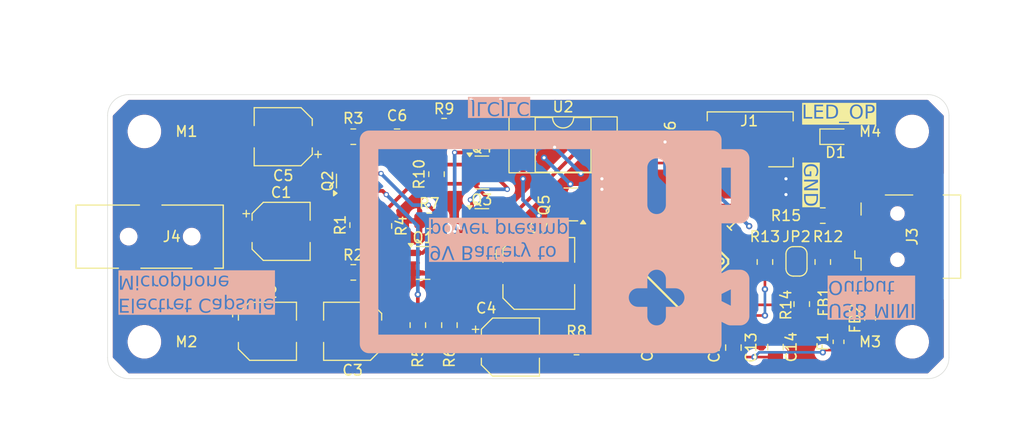
<source format=kicad_pcb>
(kicad_pcb (version 20241229) (generator "pcbnew") (generator_version "9.0")
  (layers (0 "F.Cu" signal) (2 "B.Cu" signal) (13 "F.Paste" user) (15 "B.Paste" user) (5 "F.SilkS" user "F.Silkscreen") (7 "B.SilkS" user "B.Silkscreen") (1 "F.Mask" user) (3 "B.Mask" user) (25 "Edge.Cuts" user))
  (net 0 "")
  (net 1 "Net-(Q2-B)")
  (net 2 "Net-(C1-Pad1)")
  (net 3 "Net-(C2-Pad1)")
  (net 4 "Net-(C3-Pad1)")
  (net 5 "Net-(C4-Pad2)")
  (net 6 "Net-(Q1-C)")
  (net 7 "9V_BAT")
  (net 8 "GND")
  (net 9 "Net-(C9-Pad2)")
  (net 10 "AVDD1")
  (net 11 "Net-(D1-A)")
  (net 12 "Net-(F1-Pad1)")
  (net 13 "Net-(J1-Pin_1)")
  (net 14 "Net-(J3-VBUS)")
  (net 15 "Net-(J3-Shield)")
  (net 16 "9V_GND")
  (net 17 "DM")
  (net 18 "DP")
  (net 20 "Net-(JP2-B)")
  (net 21 "Net-(Q1-B)")
  (net 22 "Net-(Q2-E)")
  (net 23 "Net-(Q3-B)")
  (net 24 "Net-(Q3-E)")
  (net 25 "Net-(Q5-B)")
  (net 26 "MIC_IN")
  (net 27 "Net-(R12-Pad1)")
  (net 28 "Net-(R13-Pad1)")
  (net 29 "V3.3")
  (net 30 "LEDO")
  (net 31 "Net-(R16-Pad1)")
  (net 32 "Net-(R17-Pad2)")
  (footprint "Capacitor_SMD:CP_Elec_5x5.4" (layer "F.Cu") (at 115.3 98 180)
    (property "Reference" "C3")
    (property "Value" "+33uF")
  )
  (footprint "Package_TO_SOT_SMD:SOT-23" (layer "F.Cu") (at 115.325 83.7125 90)
    (property "Reference" "Q2")
    (property "Value" "BC859")
  )
  (footprint "MountingHole:MountingHole_2.7mm_M2.5" (layer "F.Cu") (at 95.5 79)
    (property "Reference" "M1")
    (property "Value" "MountingHole_2.7mm_M2.5")
  )
  (footprint "Resistor_SMD:R_0805_2012Metric" (layer "F.Cu") (at 124.5 97.4125 90)
    (property "Reference" "R6")
    (property "Value" "33K")
  )
  (footprint "Resistor_SMD:R_0805_2012Metric" (layer "F.Cu") (at 136.5875 99.5 180)
    (property "Reference" "R8")
    (property "Value" "100R")
  )
  (footprint "Capacitor_SMD:CP_Elec_5x5.4" (layer "F.Cu") (at 108.7 79.5 180)
    (property "Reference" "C5")
    (property "Value" "+33uF")
  )
  (footprint "Resistor_SMD:R_0805_2012Metric" (layer "F.Cu") (at 154.5 91.4125 90)
    (property "Reference" "R13")
    (property "Value" "22R")
  )
  (footprint "MountingHole:MountingHole_2.7mm_M2.5" (layer "F.Cu") (at 168.5 79)
    (property "Reference" "M4")
    (property "Value" "MountingHole_2.7mm_M2.5")
  )
  (footprint "TQFP48:TQFP48" (layer "F.Cu") (at 146.550431 91.368451 -45)
    (property "Reference" "U1")
    (property "Value" "CM108B")
  )
  (footprint "Resistor_SMD:R_0805_2012Metric" (layer "F.Cu") (at 115.3625 79.5 180)
    (property "Reference" "R3")
    (property "Value" "1K")
  )
  (footprint "Capacitor_SMD:C_0805_2012Metric" (layer "F.Cu") (at 141.5 98.45 90)
    (property "Reference" "C12")
    (property "Value" "4.7uF")
  )
  (footprint "Resistor_SMD:R_0805_2012Metric" (layer "F.Cu") (at 115.3625 92.4)
    (property "Reference" "R2")
    (property "Value" "10K")
  )
  (footprint "Package_DIP:DIP-4_W7.62mm_SMDSocket_SmallPads" (layer "F.Cu") (at 135.31 80.27)
    (property "Reference" "U2")
    (property "Value" "PC817")
  )
  (footprint "Inductor_SMD:L_0603_1608Metric" (layer "F.Cu") (at 161.5 95.2125 -90)
    (property "Reference" "FB1")
    (property "Value" "30mOhm")
  )
  (footprint "Package_TO_SOT_SMD:SOT-23" (layer "F.Cu") (at 136.05 85.9375 180)
    (property "Reference" "Q5")
    (property "Value" "BC849")
  )
  (footprint "Resistor_SMD:R_0805_2012Metric" (layer "F.Cu") (at 147 79.4125 -90)
    (property "Reference" "R16")
    (property "Value" "100R")
  )
  (footprint "Jumper:SolderJumper-2_P1.3mm_Open_RoundedPad1.0x1.5mm" (layer "F.Cu") (at 157.5 91.35 -90)
    (property "Reference" "JP2")
    (property "Value" "PullUp")
  )
  (footprint "MountingHole:MountingHole_2.7mm_M2.5" (layer "F.Cu") (at 95.5 99)
    (property "Reference" "M2")
    (property "Value" "MountingHole_2.7mm_M2.5")
  )
  (footprint "Capacitor_SMD:CP_Elec_5x5.4" (layer "F.Cu") (at 108.5 88.5)
    (property "Reference" "C1")
    (property "Value" "+10uF")
  )
  (footprint "Resistor_SMD:R_0805_2012Metric" (layer "F.Cu") (at 115.775 87.9 90)
    (property "Reference" "R1")
    (property "Value" "100K")
  )
  (footprint "Resistor_SMD:R_0805_2012Metric" (layer "F.Cu") (at 124 78.5)
    (property "Reference" "R9")
    (property "Value" "33K")
  )
  (footprint "Resistor_SMD:R_0805_2012Metric" (layer "F.Cu") (at 122.5875 87.5)
    (property "Reference" "R7")
    (property "Value" "33K")
  )
  (footprint "BOOMELE_PJ-320B:BOOMELE_PJ-320B" (layer "F.Cu") (at 97 89)
    (property "Reference" "J4")
    (property "Value" "PJ-320B")
  )
  (footprint "Capacitor_SMD:CP_Elec_6.3x7.7" (layer "F.Cu") (at 133 92.5)
    (property "Reference" "C7")
    (property "Value" "+470uF")
  )
  (footprint "Resistor_SMD:R_0805_2012Metric" (layer "F.Cu") (at 158 95.4125 90)
    (property "Reference" "R14")
    (property "Value" "1.5K")
  )
  (footprint "Package_TO_SOT_SMD:SOT-23" (layer "F.Cu") (at 122 91.5)
    (property "Reference" "Q1")
    (property "Value" "BC849")
  )
  (footprint "Capacitor_SMD:C_0805_2012Metric" (layer "F.Cu") (at 145 99.45 90)
    (property "Reference" "C10")
    (property "Value" "4.7uF")
  )
  (footprint "Fuse:Fuse_0603_1608Metric" (layer "F.Cu") (at 142.5 79.7875 -90)
    (property "Reference" "F2")
    (property "Value" "MF-FSMF050X-2")
  )
  (footprint "Connector_USB:USB_Mini-B_Wuerth_65100516121_Horizontal" (layer "F.Cu") (at 167.1 89 90)
    (property "Reference" "J3")
    (property "Value" "USB_B_Mini")
  )
  (footprint "Capacitor_SMD:C_0805_2012Metric" (layer "F.Cu") (at 148 99.55 -90)
    (property "Reference" "C11")
    (property "Value" "100nF")
  )
  (footprint "Resistor_SMD:R_0805_2012Metric" (layer "F.Cu") (at 160 91.4125 90)
    (property "Reference" "R12")
    (property "Value" "22R")
  )
  (footprint "Capacitor_SMD:CP_Elec_5x5.4" (layer "F.Cu") (at 107.2 98)
    (property "Reference" "C2")
    (property "Value" "+33uF")
  )
  (footprint "Capacitor_SMD:C_0805_2012Metric" (layer "F.Cu") (at 119.525 79.5 180)
    (property "Reference" "C6")
    (property "Value" "100nF")
  )
  (footprint "Capacitor_SMD:C_0805_2012Metric" (layer "F.Cu") (at 139 91.45 -90)
    (property "Reference" "C9")
    (property "Value" "4.7uF")
  )
  (footprint "Resistor_SMD:R_0805_2012Metric" (layer "F.Cu") (at 121.5 97.4125 -90)
    (property "Reference" "R5")
    (property "Value" "10K")
  )
  (footprint "Resistor_SMD:R_0805_2012Metric" (layer "F.Cu") (at 118.275 87.9875 -90)
    (property "Reference" "R4")
    (property "Value" "100K")
  )
  (footprint "Resistor_SMD:R_0805_2012Metric" (layer "F.Cu") (at 160 87 180)
    (property "Reference" "R15")
    (property "Value" "220R")
  )
  (footprint "Package_TO_SOT_SMD:SOT-23" (layer "F.Cu") (at 127.5875 87.9)
    (property "Reference" "Q3")
    (property "Value" "BC859")
  )
  (footprint "Inductor_SMD:L_0603_1608Metric" (layer "F.Cu") (at 164.5 96.7875 90)
    (property "Reference" "FB2")
    (property "Value" "30mOhm")
  )
  (footprint "MountingHole:MountingHole_2.7mm_M2.5" (layer "F.Cu") (at 168.5 99)
    (property "Reference" "M3")
    (property "Value" "MountingHole_2.7mm_M2.5")
  )
  (footprint "Resistor_SMD:R_0805_2012Metric" (layer "F.Cu") (at 123.275 83.0625 90)
    (property "Reference" "R10")
    (property "Value" "220R")
  )
  (footprint "Fuse:Fuse_0603_1608Metric" (layer "F.Cu") (at 161.5 99 -90)
    (property "Reference" "F1")
    (property "Value" "MF-FSMF050X-2")
  )
  (footprint "LED_SMD:LED_0603_1608Metric" (layer "F.Cu") (at 161.2125 79.5)
    (property "Reference" "D1")
    (property "Value" "RED_LED")
  )
  (footprint "Capacitor_SMD:CP_Elec_5x5.4" (layer "F.Cu") (at 130.3 99.5)
    (property "Reference" "C4")
    (property "Value" "+100uF")
  )
  (footprint "Connector_JST:JST_PH_B2B-PH-SM4-TB_1x02-1MP_P2.00mm_Vertical" (layer "F.Cu") (at 153.1 81.5)
    (property "Reference" "J1")
    (property "Value" "Battery_9V")
  )
  (footprint "Package_TO_SOT_SMD:SOT-23" (layer "F.Cu") (at 127.5875 82.9)
    (property "Reference" "Q4")
    (property "Value" "BC859")
  )
  (footprint "Capacitor_SMD:C_0805_2012Metric" (layer "F.Cu") (at 155.5 99.5 90)
    (property "Reference" "C14")
    (property "Value" "100nF")
  )
  (footprint "Capacitor_SMD:C_0805_2012Metric" (layer "F.Cu") (at 151.5 99.55 -90)
    (property "Reference" "C13")
    (property "Value" "100nF")
  )
  (footprint "Resistor_SMD:R_0805_2012Metric" (layer "F.Cu") (at 141 85.5625 90)
    (property "Reference" "R17")
    (property "Value" "220R")
  )
  (gr_poly (pts (xy 153.019684 86.89963) (xy 153.016275 86.94447) (xy 153.010662 86.988648) (xy 153.002901 87.032109) (xy 152.993046 87.0748) (xy 152.981155 87.116664) (xy 152.967281 87.157647) (xy 152.951483 87.197694) (xy 152.933814 87.23675) (xy 152.91433 87.274761) (xy 152.893089 87.311672) (xy 152.870144 87.347427) (xy 152.845552 87.381973) (xy 152.819369 87.415254) (xy 152.79165 87.447215) (xy 152.762451 87.477802) (xy 152.731827 87.50696) (xy 152.699836 87.534634) (xy 152.666531 87.56077) (xy 152.631969 87.585311) (xy 152.596206 87.608205) (xy 152.559297 87.629395) (xy 152.521298 87.648827) (xy 152.482265 87.666446) (xy 152.442253 87.682198) (xy 152.401318 87.696027) (xy 152.359517 87.70788) (xy 152.316904 87.7177) (xy 152.273535 87.725433) (xy 152.229466 87.731025) (xy 152.184754 87.73442) (xy 152.139452 87.735564) (xy 150.375 87.735564) (xy 150.375 92.483246) (xy 150.862806 92.238507) (xy 150.885902 92.227384) (xy 150.90929 92.216961) (xy 150.932948 92.207241) (xy 150.956859 92.198226) (xy 150.981002 92.189918) (xy 151.005358 92.182319) (xy 151.029907 92.175433) (xy 151.054631 92.169262) (xy 151.07951 92.163807) (xy 151.104525 92.159072) (xy 151.129656 92.155059) (xy 151.154883 92.15177) (xy 151.180188 92.149207) (xy 151.205552 92.147374) (xy 151.230954 92.146272) (xy 151.256375 92.145905) (xy 151.256379 92.145905) (xy 151.256379 94.012692) (xy 150.375 94.45423) (xy 150.375 95.127243) (xy 151.256379 95.568781) (xy 151.256379 94.012692) (xy 151.256379 92.145905) (xy 152.139406 92.145905) (xy 152.184707 92.147053) (xy 152.229421 92.150462) (xy 152.27349 92.156075) (xy 152.316859 92.163836) (xy 152.359472 92.173691) (xy 152.401274 92.185583) (xy 152.442208 92.199456) (xy 152.48222 92.215255) (xy 152.521253 92.232923) (xy 152.559252 92.252407) (xy 152.596161 92.273648) (xy 152.631925 92.296593) (xy 152.666486 92.321185) (xy 152.699791 92.347368) (xy 152.731783 92.375087) (xy 152.762406 92.404286) (xy 152.791605 92.43491) (xy 152.819324 92.466901) (xy 152.845507 92.500206) (xy 152.870099 92.534768) (xy 152.893043 92.570531) (xy 152.914285 92.60744) (xy 152.933768 92.645439) (xy 152.951437 92.684472) (xy 152.967235 92.724484) (xy 152.981108 92.765419) (xy 152.993 92.807221) (xy 153.002854 92.849834) (xy 153.010616 92.893202) (xy 153.016229 92.937271) (xy 153.019637 92.981984) (xy 153.020786 93.027286) (xy 153.020786 96.556149) (xy 153.019637 96.601451) (xy 153.016229 96.646164) (xy 153.010616 96.690233) (xy 153.002854 96.733601) (xy 152.993 96.776214) (xy 152.981108 96.818016) (xy 152.967235 96.858951) (xy 152.951436 96.898962) (xy 152.933767 96.937995) (xy 152.914284 96.975994) (xy 152.893042 97.012903) (xy 152.870098 97.048666) (xy 152.845506 97.083228) (xy 152.819322 97.116533) (xy 152.791603 97.148524) (xy 152.762404 97.179147) (xy 152.731781 97.208346) (xy 152.699789 97.236065) (xy 152.666485 97.262248) (xy 152.631923 97.28684) (xy 152.59616 97.309784) (xy 152.559251 97.331026) (xy 152.521252 97.350509) (xy 152.482219 97.368178) (xy 152.442207 97.383977) (xy 152.401272 97.39785) (xy 152.359471 97.409741) (xy 152.316857 97.419596) (xy 152.273489 97.427357) (xy 152.22942 97.43297) (xy 152.184707 97.436379) (xy 152.139406 97.437527) (xy 151.256375 97.437527) (xy 151.230953 97.43716) (xy 151.205551 97.436058) (xy 151.180188 97.434225) (xy 151.154882 97.431662) (xy 151.129654 97.428373) (xy 151.104523 97.42436) (xy 151.079508 97.419625) (xy 151.054629 97.41417) (xy 151.029905 97.407999) (xy 151.005355 97.401113) (xy 150.980999 97.393514) (xy 150.956857 97.385206) (xy 150.932947 97.376191) (xy 150.909288 97.366471) (xy 150.885902 97.356048) (xy 150.862806 97.344925) (xy 150.375 97.100189) (xy 150.375 99.201953) (xy 150.373851 99.247255) (xy 150.370443 99.291968) (xy 150.36483 99.336037) (xy 150.357068 99.379405) (xy 150.347213 99.422018) (xy 150.335322 99.46382) (xy 150.321449 99.504755) (xy 150.30565 99.544767) (xy 150.287981 99.5838) (xy 150.268498 99.621799) (xy 150.247256 99.658708) (xy 150.224311 99.694471) (xy 150.199719 99.729033) (xy 150.173536 99.762338) (xy 150.145817 99.794329) (xy 150.116618 99.824953) (xy 150.085995 99.854152) (xy 150.054003 99.881871) (xy 150.020698 99.908054) (xy 149.986136 99.932646) (xy 149.950373 99.955591) (xy 149.913464 99.976832) (xy 149.875465 99.996316) (xy 149.836432 100.013984) (xy 149.79642 100.029783) (xy 149.755486 100.043656) (xy 149.713684 100.055548) (xy 149.671071 100.065403) (xy 149.627702 100.073164) (xy 149.583634 100.078777) (xy 149.538921 100.082186) (xy 149.493619 100.083334) (xy 116.860549 100.083334) (xy 116.815247 100.082186) (xy 116.770534 100.078777) (xy 116.726465 100.073164) (xy 116.683096 100.065402) (xy 116.640483 100.055548) (xy 116.598681 100.043656) (xy 116.557746 100.029783) (xy 116.517734 100.013984) (xy 116.478701 99.996315) (xy 116.440702 99.976832) (xy 116.403793 99.95559) (xy 116.36803 99.932645) (xy 116.333468 99.908053) (xy 116.300163 99.88187) (xy 116.268171 99.854151) (xy 116.237548 99.824952) (xy 116.208349 99.794328) (xy 116.18063 99.762336) (xy 116.154447 99.729032) (xy 116.129855 99.69447) (xy 116.106911 99.658706) (xy 116.085669 99.621797) (xy 116.066186 99.583798) (xy 116.048517 99.544765) (xy 116.032718 99.504754) (xy 116.018845 99.463819) (xy 116.006954 99.422017) (xy 115.997099 99.379404) (xy 115.989338 99.336036) (xy 115.983725 99.291967) (xy 115.980316 99.247254) (xy 115.979168 99.201953) (xy 115.979168 79.798047) (xy 115.980316 79.752745) (xy 115.983725 79.708032) (xy 115.989338 79.663963) (xy 115.997099 79.620594) (xy 116.006954 79.577981) (xy 116.018846 79.536179) (xy 116.032719 79.495244) (xy 116.048518 79.455232) (xy 116.066187 79.416199) (xy 116.08567 79.3782) (xy 116.106912 79.341291) (xy 116.129856 79.305528) (xy 116.154448 79.270966) (xy 116.180631 79.237662) (xy 116.20835 79.20567) (xy 116.237549 79.175047) (xy 116.268173 79.145848) (xy 116.300165 79.118129) (xy 116.333469 79.091946) (xy 116.368031 79.067354) (xy 116.403794 79.04441) (xy 116.440703 79.023168) (xy 116.478702 79.003685) (xy 116.517736 78.986016) (xy 116.557747 78.970218) (xy 116.598682 78.956345) (xy 116.640484 78.944453) (xy 116.683097 78.934599) (xy 116.726466 78.926837) (xy 116.770534 78.921224) (xy 116.815247 78.917816) (xy 116.860549 78.916667) (xy 117.743621 78.916667) (xy 117.743621 80.680952) (xy 117.743621 98.318713) (xy 138.027213 98.318713) (xy 138.027213 80.680952) (xy 117.743621 80.680952) (xy 117.743621 78.916667) (xy 144.201885 78.916667) (xy 144.201885 81.562375) (xy 144.156433 81.563523) (xy 144.111579 81.566932) (xy 144.067379 81.572545) (xy 144.023887 81.580307) (xy 143.98116 81.590161) (xy 143.939252 81.602053) (xy 143.898219 81.615926) (xy 143.858116 81.631725) (xy 143.818999 81.649394) (xy 143.780924 81.668877) (xy 143.743945 81.690119) (xy 143.708118 81.713063) (xy 143.673499 81.737655) (xy 143.640143 81.763838) (xy 143.608105 81.791557) (xy 143.57744 81.820756) (xy 143.548205 81.85138) (xy 143.520455 81.883371) (xy 143.494244 81.916676) (xy 143.469629 81.951238) (xy 143.446664 81.987001) (xy 143.425406 82.02391) (xy 143.405909 82.061909) (xy 143.388229 82.100942) (xy 143.372422 82.140954) (xy 143.358543 82.181888) (xy 143.346647 82.22369) (xy 143.336789 82.266303) (xy 143.329026 82.309672) (xy 143.323412 82.35374) (xy 143.320003 82.398453) (xy 143.318854 82.443755) (xy 143.318854 85.972618) (xy 143.319953 86.01623) (xy 143.323227 86.059572) (xy 143.328643 86.102571) (xy 143.336166 86.14515) (xy 143.345763 86.187234) (xy 143.357399 86.228749) (xy 143.371041 86.26962) (xy 143.386654 86.309771) (xy 143.404206 86.349127) (xy 143.423661 86.387613) (xy 143.444987 86.425155) (xy 143.468148 86.461676) (xy 143.493112 86.497102) (xy 143.519844 86.531359) (xy 143.54831 86.56437) (xy 143.578476 86.59606) (xy 143.610155 86.626209) (xy 143.643121 86.654623) (xy 143.677306 86.681274) (xy 143.712644 86.706132) (xy 143.749067 86.729169) (xy 143.786506 86.750355) (xy 143.824894 86.769661) (xy 143.864164 86.787058) (xy 143.904247 86.802518) (xy 143.945076 86.81601) (xy 143.986583 86.827507) (xy 144.0287 86.836978) (xy 144.07136 86.844395) (xy 144.114495 86.849729) (xy 144.158037 86.852951) (xy 144.201861 86.85403) (xy 144.201861 92.145749) (xy 144.156409 92.146898) (xy 144.111555 92.150306) (xy 144.067354 92.155919) (xy 144.023863 92.163681) (xy 143.981135 92.173535) (xy 143.939227 92.185427) (xy 143.898194 92.1993) (xy 143.858092 92.215099) (xy 143.818975 92.232768) (xy 143.780899 92.252251) (xy 143.743921 92.273493) (xy 143.708094 92.296437) (xy 143.673475 92.321029) (xy 143.640118 92.347213) (xy 143.60808 92.374932) (xy 143.577416 92.404131) (xy 143.548181 92.434754) (xy 143.52043 92.466746) (xy 143.494219 92.50005) (xy 143.469604 92.534612) (xy 143.44664 92.570376) (xy 143.425381 92.607285) (xy 143.405885 92.645284) (xy 143.388205 92.684317) (xy 143.372398 92.724329) (xy 143.358518 92.765263) (xy 143.346622 92.807065) (xy 143.336765 92.849678) (xy 143.329001 92.893047) (xy 143.323387 92.937116) (xy 143.319978 92.981829) (xy 143.31883 93.02713) (xy 143.31883 93.910159) (xy 142.43745 93.910159) (xy 142.392003 93.911303) (xy 142.347163 93.914698) (xy 142.302985 93.92029) (xy 142.259523 93.928024) (xy 142.216833 93.937844) (xy 142.174969 93.949696) (xy 142.133986 93.963526) (xy 142.093939 93.979278) (xy 142.054883 93.996897) (xy 142.016872 94.016329) (xy 141.979961 94.03752) (xy 141.944205 94.060413) (xy 141.90966 94.084955) (xy 141.876379 94.111091) (xy 141.844417 94.138765) (xy 141.81383 94.167923) (xy 141.784672 94.19851) (xy 141.756998 94.230472) (xy 141.730863 94.263753) (xy 141.706321 94.298299) (xy 141.683428 94.334054) (xy 141.662238 94.370965) (xy 141.642806 94.408976) (xy 141.625186 94.448032) (xy 141.609435 94.488079) (xy 141.595605 94.529062) (xy 141.583753 94.570925) (xy 141.573933 94.613615) (xy 141.5662 94.657077) (xy 141.560608 94.701254) (xy 141.557213 94.746094) (xy 141.556069 94.791541) (xy 141.557149 94.835152) (xy 141.56037 94.878494) (xy 141.565702 94.921492) (xy 141.573118 94.964071) (xy 141.582588 95.006155) (xy 141.594082 95.04767) (xy 141.607573 95.08854) (xy 141.623031 95.128691) (xy 141.640427 95.168047) (xy 141.659733 95.206534) (xy 141.680918 95.244075) (xy 141.703956 95.280597) (xy 141.728815 95.316024) (xy 141.755469 95.350281) (xy 141.783887 95.383292) (xy 141.81404 95.414984) (xy 141.845736 95.445133) (xy 141.878752 95.473547) (xy 141.913011 95.500197) (xy 141.94844 95.525055) (xy 141.984964 95.548092) (xy 142.022506 95.569277) (xy 142.060993 95.588583) (xy 142.100348 95.60598) (xy 142.140498 95.62144) (xy 142.181367 95.634932) (xy 142.222881 95.646428) (xy 142.264963 95.655899) (xy 142.307539 95.663316) (xy 142.350534 95.66865) (xy 142.393874 95.671872) (xy 142.437482 95.672952) (xy 143.318862 95.672952) (xy 143.318862 96.555985) (xy 143.319961 96.599596) (xy 143.323235 96.642938) (xy 143.328651 96.685937) (xy 143.336174 96.728516) (xy 143.34577 96.7706) (xy 143.357406 96.812116) (xy 143.371048 96.852986) (xy 143.386662 96.893137) (xy 143.404213 96.932494) (xy 143.423669 96.97098) (xy 143.444994 97.008522) (xy 143.468155 97.045043) (xy 143.493119 97.08047) (xy 143.51985 97.114726) (xy 143.548316 97.147737) (xy 143.578483 97.179428) (xy 143.610161 97.209577) (xy 143.643127 97.237992) (xy 143.677313 97.264643) (xy 143.712652 97.289501) (xy 143.749074 97.312538) (xy 143.786514 97.333724) (xy 143.824902 97.35303) (xy 143.864172 97.370427) (xy 143.904255 97.385886) (xy 143.945085 97.399379) (xy 143.986592 97.410875) (xy 144.028709 97.420346) (xy 144.071369 97.427763) (xy 144.114504 97.433097) (xy 144.158046 97.436319) (xy 144.201928 97.437399) (xy 144.245539 97.436319) (xy 144.288882 97.433098) (xy 144.33188 97.427766) (xy 144.374459 97.42035) (xy 144.416543 97.410881) (xy 144.458058 97.399386) (xy 144.498928 97.385895) (xy 144.539079 97.370437) (xy 144.578435 97.353041) (xy 144.616921 97.333736) (xy 144.654463 97.31255) (xy 144.690984 97.289513) (xy 144.726411 97.264653) (xy 144.760668 97.238) (xy 144.79368 97.209582) (xy 144.825371 97.179428) (xy 144.85552 97.147732) (xy 144.883934 97.114716) (xy 144.910585 97.080456) (xy 144.935443 97.045027) (xy 144.958479 97.008504) (xy 144.979665 96.970961) (xy 144.998971 96.932475) (xy 145.016368 96.893119) (xy 145.031828 96.852969) (xy 145.04532 96.8121) (xy 145.056816 96.770587) (xy 145.066288 96.728505) (xy 145.073705 96.685928) (xy 145.079039 96.642933) (xy 145.082261 96.599593) (xy 145.083341 96.555985) (xy 145.083341 95.672952) (xy 145.964722 95.672952) (xy 146.008606 95.671872) (xy 146.052151 95.66865) (xy 146.095289 95.663316) (xy 146.137951 95.655899) (xy 146.18007 95.646427) (xy 146.221579 95.634931) (xy 146.262409 95.621439) (xy 146.302493 95.605979) (xy 146.341763 95.588582) (xy 146.380151 95.569276) (xy 146.41759 95.54809) (xy 146.454011 95.525054) (xy 146.489346 95.500196) (xy 146.523529 95.473546) (xy 146.556491 95.445132) (xy 146.588164 95.414984) (xy 146.618331 95.383288) (xy 146.646797 95.350272) (xy 146.673529 95.316012) (xy 146.698493 95.280583) (xy 146.721654 95.24406) (xy 146.742979 95.206518) (xy 146.762435 95.168031) (xy 146.779986 95.128675) (xy 146.7956 95.088525) (xy 146.809242 95.047656) (xy 146.820878 95.006143) (xy 146.830475 94.964061) (xy 146.837998 94.921484) (xy 146.843413 94.878489) (xy 146.846688 94.835149) (xy 146.847786 94.791541) (xy 146.847652 94.791541) (xy 146.846504 94.746093) (xy 146.843095 94.701253) (xy 146.837481 94.657075) (xy 146.829717 94.613614) (xy 146.81986 94.570923) (xy 146.807963 94.529059) (xy 146.794084 94.488076) (xy 146.778276 94.448029) (xy 146.760597 94.408973) (xy 146.7411 94.370962) (xy 146.719841 94.334051) (xy 146.696877 94.298296) (xy 146.672261 94.26375) (xy 146.64605 94.230469) (xy 146.6183 94.198508) (xy 146.589064 94.167921) (xy 146.5584 94.138763) (xy 146.526362 94.111089) (xy 146.493005 94.084953) (xy 146.458386 94.060412) (xy 146.422559 94.037518) (xy 146.385581 94.016328) (xy 146.347505 93.996896) (xy 146.308389 93.979277) (xy 146.268286 93.963525) (xy 146.227253 93.949696) (xy 146.185345 93.937843) (xy 146.142618 93.928023) (xy 146.099127 93.92029) (xy 146.054926 93.914698) (xy 146.010073 93.911303) (xy 145.964621 93.910159) (xy 145.083242 93.910159) (xy 145.083242 93.02713) (xy 145.082093 92.981828) (xy 145.078685 92.937115) (xy 145.073072 92.893046) (xy 145.06531 92.849677) (xy 145.055455 92.807064) (xy 145.043564 92.765262) (xy 145.029691 92.724327) (xy 145.013892 92.684315) (xy 144.996223 92.645282) (xy 144.976739 92.607283) (xy 144.955498 92.570374) (xy 144.932553 92.534611) (xy 144.907961 92.500049) (xy 144.881778 92.466744) (xy 144.854059 92.434753) (xy 144.82486 92.404129) (xy 144.794236 92.374931) (xy 144.762244 92.347212) (xy 144.72894 92.321028) (xy 144.694378 92.296437) (xy 144.658614 92.273492) (xy 144.621705 92.25225) (xy 144.583707 92.232767) (xy 144.544673 92.215098) (xy 144.504662 92.1993) (xy 144.463727 92.185427) (xy 144.421925 92.173535) (xy 144.379312 92.163681) (xy 144.335944 92.155919) (xy 144.291875 92.150306) (xy 144.247162 92.146898) (xy 144.201861 92.145749) (xy 144.201861 86.85403) (xy 144.201919 86.854031) (xy 144.24553 86.852951) (xy 144.288873 86.849731) (xy 144.331871 86.844398) (xy 144.37445 86.836982) (xy 144.416534 86.827513) (xy 144.458049 86.816018) (xy 144.498919 86.802527) (xy 144.53907 86.787069) (xy 144.578426 86.769673) (xy 144.616912 86.750368) (xy 144.654454 86.729182) (xy 144.690975 86.706145) (xy 144.726402 86.681285) (xy 144.760658 86.654632) (xy 144.793669 86.626214) (xy 144.825361 86.59606) (xy 144.85551 86.564364) (xy 144.883924 86.531349) (xy 144.910575 86.497089) (xy 144.935434 86.46166) (xy 144.958471 86.425137) (xy 144.979657 86.387595) (xy 144.998963 86.349109) (xy 145.01636 86.309753) (xy 145.03182 86.269603) (xy 145.045312 86.228734) (xy 145.056809 86.187221) (xy 145.06628 86.145139) (xy 145.073697 86.102562) (xy 145.079031 86.059567) (xy 145.082253 86.016227) (xy 145.083333 85.972618) (xy 145.083333 82.443755) (xy 145.083265 82.443755) (xy 145.082116 82.398453) (xy 145.078707 82.35374) (xy 145.073094 82.309671) (xy 145.065333 82.266302) (xy 145.055478 82.223688) (xy 145.043587 82.181887) (xy 145.029714 82.140952) (xy 145.013915 82.10094) (xy 144.996246 82.061907) (xy 144.976763 82.023908) (xy 144.955521 81.986999) (xy 144.932576 81.951236) (xy 144.907984 81.916674) (xy 144.881801 81.88337) (xy 144.854082 81.851378) (xy 144.824883 81.820755) (xy 144.79426 81.791556) (xy 144.762268 81.763837) (xy 144.728963 81.737654) (xy 144.694402 81.713062) (xy 144.658638 81.690118) (xy 144.62173 81.668876) (xy 144.583731 81.649393) (xy 144.544697 81.631724) (xy 144.504686 81.615925) (xy 144.463751 81.602052) (xy 144.42195 81.590161) (xy 144.379337 81.580307) (xy 144.335968 81.572545) (xy 144.291899 81.566932) (xy 144.247186 81.563523) (xy 144.201885 81.562375) (xy 144.201885 78.916667) (xy 149.493619 78.916667) (xy 149.538921 78.917816) (xy 149.583634 78.921224) (xy 149.627703 78.926837) (xy 149.671072 78.934599) (xy 149.713686 78.944453) (xy 149.755487 78.956345) (xy 149.796422 78.970218) (xy 149.836434 78.986017) (xy 149.875467 79.003686) (xy 149.913466 79.023169) (xy 149.950375 79.044411) (xy 149.986138 79.067356) (xy 150.0207 79.091947) (xy 150.054005 79.118131) (xy 150.085996 79.14585) (xy 150.11662 79.175049) (xy 150.145819 79.205672) (xy 150.173537 79.237664) (xy 150.199721 79.270968) (xy 150.224312 79.30553) (xy 150.247257 79.341293) (xy 150.268498 79.378202) (xy 150.287982 79.416201) (xy 150.30565 79.455234) (xy 150.321449 79.495246) (xy 150.335322 79.536181) (xy 150.347214 79.577982) (xy 150.357068 79.620595) (xy 150.36483 79.663964) (xy 150.370443 79.708033) (xy 150.373851 79.752746) (xy 150.375 79.798047) (xy 150.375 80.681078) (xy 150.375 82.443839) (xy 150.375 85.972702) (xy 151.256379 85.972702) (xy 151.256379 82.443839) (xy 150.375 82.443839) (xy 150.375 80.681078) (xy 152.139452 80.681078) (xy 152.184754 80.682222) (xy 152.229467 80.685617) (xy 152.273536 80.691208) (xy 152.316905 80.698942) (xy 152.359519 80.708762) (xy 152.40132 80.720614) (xy 152.442255 80.734444) (xy 152.482267 80.750196) (xy 152.5213 80.767815) (xy 152.559299 80.787247) (xy 152.596208 80.808438) (xy 152.631971 80.831331) (xy 152.666533 80.855873) (xy 152.699838 80.882008) (xy 152.73183 80.909683) (xy 152.762453 80.938841) (xy 152.791652 80.969428) (xy 152.81937 81.001389) (xy 152.845554 81.03467) (xy 152.870145 81.069216) (xy 152.89309 81.104972) (xy 152.914331 81.141882) (xy 152.933815 81.179893) (xy 152.951483 81.21895) (xy 152.967282 81.258997) (xy 152.981155 81.299979) (xy 152.993047 81.341843) (xy 153.002901 81.384533) (xy 153.010662 81.427994) (xy 153.016275 81.472172) (xy 153.019684 81.517012) (xy 153.020833 81.562459) (xy 153.020833 86.854182)) (fill yes) (layer "B.SilkS"))
  (gr_arc (start 170 75.5) (mid 171.414214 76.085786) (end 172 77.5) (stroke (width 0.05)) (layer "Edge.Cuts"))
  (gr_line (start 94 75.5) (end 170 75.5) (stroke (width 0.05)) (layer "Edge.Cuts"))
  (gr_arc (start 94 102.5) (mid 92.585786 101.914214) (end 92 100.5) (stroke (width 0.05)) (layer "Edge.Cuts"))
  (gr_line (start 172 77.5) (end 172 100.5) (stroke (width 0.05)) (layer "Edge.Cuts"))
  (gr_line (start 92 100.5) (end 92 77.5) (stroke (width 0.05)) (layer "Edge.Cuts"))
  (gr_arc (start 92 77.5) (mid 92.585786 76.085786) (end 94 75.5) (stroke (width 0.05)) (layer "Edge.Cuts"))
  (gr_line (start 170 102.5) (end 94 102.5) (stroke (width 0.05)) (layer "Edge.Cuts"))
  (gr_arc (start 172 100.5) (mid 171.414214 101.914214) (end 170 102.5) (stroke (width 0.05)) (layer "Edge.Cuts"))
  (gr_text "+9V" (at 148 85 90) (layer "F.SilkS" knockout) (effects (font (size 1.3 1.3) (thickness 0.1)) (justify left bottom)))
  (gr_text "LED_OP" (at 158 78 0) (layer "F.SilkS" knockout) (effects (font (size 1.3 1.3) (thickness 0.1)) (justify left bottom)))
  (gr_text "GND\n" (at 158 82 270) (layer "F.SilkS" knockout) (effects (font (size 1.3 1.3) (thickness 0.1)) (justify left bottom)))
  (gr_text "USB MINI\nOutput" (at 160.5 93 180) (layer "B.SilkS" knockout) (effects (font (size 1.3 1.3) (thickness 0.1)) (justify left bottom mirror)))
  (gr_text "9V Battery to\npower preamp" (at 122.5875 87.5 180) (layer "B.SilkS" knockout) (effects (font (size 1.3 1.3) (thickness 0.1)) (justify left bottom mirror)))
  (gr_text "Electret Capsule\nMicrophone\n" (at 93 92.5 180) (layer "B.SilkS" knockout) (effects (font (size 1.3 1.3) (thickness 0.1)) (justify left bottom mirror)))
  (gr_text "JLCJLC" (at 126.5 76 180) (layer "B.SilkS" knockout) (effects (font (size 1.3 1.3) (thickness 0.1)) (justify left bottom mirror)))
  (segment (start 110.3 88.5) (end 115.4625 88.5) (width 0.35) (layer "F.Cu") (net 1))
  (segment (start 115.4625 88.5) (end 115.775 88.8125) (width 0.35) (layer "F.Cu") (net 1))
  (segment (start 110.3 88.5) (end 114.15 84.65) (width 0.35) (layer "F.Cu") (net 1))
  (segment (start 114.15 84.65) (end 114.375 84.65) (width 0.35) (layer "F.Cu") (net 1))
  (segment (start 114.45 80.75) (end 106.7 88.5) (width 0.35) (layer "F.Cu") (net 2))
  (segment (start 106.7 88.5) (end 105.35 88.5) (width 0.35) (layer "F.Cu") (net 2))
  (segment (start 114.45 79.5) (end 114.45 80.75) (width 0.35) (layer "F.Cu") (net 2))
  (segment (start 105.35 88.5) (end 101.1 92.75) (width 0.35) (layer "F.Cu") (net 2))
  (segment (start 117.95 88.9) (end 114.45 92.4) (width 0.35) (layer "F.Cu") (net 3))
  (segment (start 118.275 88.9) (end 117.95 88.9) (width 0.35) (layer "F.Cu") (net 3))
  (segment (start 116.3625 86.9875) (end 118.275 88.9) (width 0.35) (layer "F.Cu") (net 3))
  (segment (start 105.4 98) (end 111 92.4) (width 0.35) (layer "F.Cu") (net 3))
  (segment (start 111 92.4) (end 114.45 92.4) (width 0.35) (layer "F.Cu") (net 3))
  (segment (start 115.775 86.9875) (end 116.3625 86.9875) (width 0.35) (layer "F.Cu") (net 3))
  (segment (start 117.425 98.325) (end 117.1 98) (width 0.35) (layer "F.Cu") (net 4))
  (segment (start 121.5 98.325) (end 117.425 98.325) (width 0.35) (layer "F.Cu") (net 4))
  (segment (start 132.5 99.5) (end 135.675 99.5) (width 0.35) (layer "F.Cu") (net 5))
  (segment (start 128.475 87.95) (end 128.525 87.9) (width 0.35) (layer "F.Cu") (net 6))
  (segment (start 124.4375 90) (end 122.9375 91.5) (width 0.35) (layer "F.Cu") (net 6))
  (segment (start 122.9375 91.5) (end 122.9375 91.9375) (width 0.35) (layer "F.Cu") (net 6))
  (segment (start 124.5 93.5) (end 124.5 96.5) (width 0.35) (layer "F.Cu") (net 6))
  (segment (start 127 90) (end 124.4375 90) (width 0.35) (layer "F.Cu") (net 6))
  (segment (start 128.1 99.5) (end 125.1 96.5) (width 0.35) (layer "F.Cu") (net 6))
  (segment (start 125.1 96.5) (end 124.5 96.5) (width 0.35) (layer "F.Cu") (net 6))
  (segment (start 128.525 88.475) (end 127 90) (width 0.35) (layer "F.Cu") (net 6))
  (segment (start 122.9375 91.9375) (end 124.5 93.5) (width 0.35) (layer "F.Cu") (net 6))
  (segment (start 128.525 87.9) (end 128.525 88.475) (width 0.35) (layer "F.Cu") (net 6))
  (segment (start 118.575 81.575) (end 120.975 83.975) (width 0.35) (layer "F.Cu") (net 7))
  (segment (start 130.3 87.2) (end 130.5 87) (width 0.35) (layer "F.Cu") (net 7))
  (segment (start 129 85.5) (end 130.5 87) (width 0.35) (layer "F.Cu") (net 7))
  (segment (start 128.3 85.5) (end 129 85.5) (width 0.35) (layer "F.Cu") (net 7))
  (segment (start 112.5 77.5) (end 115.5 77.5) (width 0.35) (layer "F.Cu") (net 7))
  (segment (start 110.5 79.5) (end 112.5 77.5) (width 0.35) (layer "F.Cu") (net 7))
  (segment (start 115.5 77.5) (end 116.275 78.275) (width 0.35) (layer "F.Cu") (net 7))
  (segment (start 118.275 87.075) (end 118.275 86.675) (width 0.35) (layer "F.Cu") (net 7))
  (segment (start 126.525 83.975) (end 126.65 83.85) (width 0.35) (layer "F.Cu") (net 7))
  (segment (start 118.575 79.5) (end 118.575 81.575) (width 0.35) (layer "F.Cu") (net 7))
  (segment (start 139.12 79) (end 142.5 79) (width 0.35) (layer "F.Cu") (net 7))
  (segment (start 126.65 83.85) (end 128.3 85.5) (width 0.35) (layer "F.Cu") (net 7))
  (segment (start 130.3 92.5) (end 130.3 87.2) (width 0.35) (layer "F.Cu") (net 7))
  (segment (start 116.275 79.5) (end 118.575 79.5) (width 0.35) (layer "F.Cu") (net 7))
  (segment (start 139.12 79) (end 138.5 79) (width 0.35) (layer "F.Cu") (net 7))
  (segment (start 120.975 83.975) (end 123.275 83.975) (width 0.35) (layer "F.Cu") (net 7))
  (segment (start 118.275 86.675) (end 120.975 83.975) (width 0.35) (layer "F.Cu") (net 7))
  (segment (start 123.275 83.975) (end 126.525 83.975) (width 0.35) (layer "F.Cu") (net 7))
  (segment (start 116.275 78.275) (end 116.275 79.5) (width 0.35) (layer "F.Cu") (net 7))
  (segment (start 138.5 79) (end 130.5 87) (width 0.35) (layer "F.Cu") (net 7))
  (segment (start 139.5 88.5) (end 141.207106 88.5) (width 0.25) (layer "F.Cu") (net 8))
  (segment (start 145.186649 94.5) (end 145.5 94.5) (width 0.25) (layer "F.Cu") (net 8))
  (segment (start 131.5 81.54) (end 131.5 83.5) (width 0.25) (layer "F.Cu") (net 8))
  (segment (start 151.5 98.6) (end 148 98.6) (width 0.25) (layer "F.Cu") (net 8))
  (segment (start 133 87) (end 134.0625 85.9375) (width 0.25) (layer "F.Cu") (net 8))
  (segment (start 146.056187 87.692227) (end 147.751781 87.692227) (width 0.25) (layer "F.Cu") (net 8))
  (segment (start 139 90.5) (end 139 89) (width 0.25) (layer "F.Cu") (net 8))
  (segment (start 145.100862 86.736902) (end 146.056187 87.692227) (width 0.25) (layer "F.Cu") (net 8))
  (segment (start 145.753554 96.353554) (end 145.454415 96.353554) (width 0.25) (layer "F.Cu") (net 8))
  (segment (start 141.207106 88.5) (end 142.272435 89.565329) (width 0.25) (layer "F.Cu") (net 8))
  (segment (start 145.5 94.5) (end 146.056187 95.056187) (width 0.25) (layer "F.Cu") (net 8))
  (segment (start 144.393755 95.292894) (end 145.186649 94.5) (width 0.25) (layer "F.Cu") (net 8))
  (segment (start 147.751781 87.692227) (end 148.353553 87.090455) (width 0.25) (layer "F.Cu") (net 8))
  (segment (start 134.0625 85.9375) (end 135.1125 85.9375) (width 0.25) (layer "F.Cu") (net 8))
  (segment (start 151.55 98.55) (end 151.5 98.6) (width 0.25) (layer "F.Cu") (net 8))
  (segment (start 139 89) (end 139.5 88.5) (width 0.25) (layer "F.Cu") (net 8))
  (segment (start 148 98.6) (end 145.753554 96.353554) (width 0.25) (layer "F.Cu") (net 8))
  (segment (start 155.5 98.55) (end 151.55 98.55) (width 0.25) (layer "F.Cu") (net 8))
  (segment (start 146.056187 95.751782) (end 145.454415 96.353554) (width 0.25) (layer "F.Cu") (net 8))
  (segment (start 146.056187 95.056187) (end 146.056187 95.751782) (width 0.25) (layer "F.Cu") (net 8))
  (via (at 133.5 81.5) (size 0.6) (drill 0.3) (layers "F.Cu" "B.Cu") (net 8))
  (via (at 134.5 80.5) (size 0.6) (drill 0.3) (layers "F.Cu" "B.Cu") (net 8))
  (via (at 133 87) (size 0.6) (drill 0.3) (layers "F.Cu" "B.Cu") (net 8))
  (via (at 131.5 83.5) (size 0.6) (drill 0.3) (layers "F.Cu" "B.Cu") (net 8))
  (via (at 136 84) (size 0.6) (drill 0.3) (layers "F.Cu" "B.Cu") (net 8))
  (via (at 137 83) (size 0.6) (drill 0.3) (layers "F.Cu" "B.Cu") (net 8))
  (segment (start 133.5 81.5) (end 136 84) (width 0.35) (layer "B.Cu") (net 8))
  (segment (start 131.5 83.5) (end 131.5 85.5) (width 0.35) (layer "B.Cu") (net 8))
  (segment (start 134.5 80.5) (end 137 83) (width 0.35) (layer "B.Cu") (net 8))
  (segment (start 131.5 85.5) (end 133 87) (width 0.35) (layer "B.Cu") (net 8))
  (segment (start 139 92.4) (end 139 93) (width 0.25) (layer "F.Cu") (net 9))
  (segment (start 141.31711 93.419792) (end 141.918882 92.81802) (width 0.25) (layer "F.Cu") (net 9))
  (segment (start 139.419792 93.419792) (end 141.31711 93.419792) (width 0.25) (layer "F.Cu") (net 9))
  (segment (start 139 93) (end 139.419792 93.419792) (width 0.25) (layer "F.Cu") (net 9))
  (segment (start 161.5 99.7875) (end 160.2125 99.7875) (width 0.25) (layer "F.Cu") (net 10))
  (segment (start 151.5 100.5) (end 148 100.5) (width 0.25) (layer "F.Cu") (net 10))
  (segment (start 155.5 100.45) (end 153.5 100.45) (width 0.25) (layer "F.Cu") (net 10))
  (segment (start 145 98.5) (end 143.893756 98.5) (width 0.25) (layer "F.Cu") (net 10))
  (segment (start 142.893756 97.5) (end 141.5 97.5) (width 0.25) (layer "F.Cu") (net 10))
  (segment (start 153.5 100.45) (end 151.55 100.45) (width 0.25) (layer "F.Cu") (net 10))
  (segment (start 148 100.5) (end 146 98.5) (width 0.25) (layer "F.Cu") (net 10))
  (segment (start 151.55 100.45) (end 151.5 100.5) (width 0.25) (layer "F.Cu") (net 10))
  (segment (start 144.747309 95.646447) (end 145.100862 96) (width 0.25) (layer "F.Cu") (net 10))
  (segment (start 141.5 95.358222) (end 141.5 97.5) (width 0.25) (layer "F.Cu") (net 10))
  (segment (start 146 98.5) (end 145 98.5) (width 0.25) (layer "F.Cu") (net 10))
  (segment (start 142.979542 93.87868) (end 141.5 95.358222) (width 0.25) (layer "F.Cu") (net 10))
  (segment (start 144.747309 95.646447) (end 142.893756 97.5) (width 0.25) (layer "F.Cu") (net 10))
  (segment (start 143.893756 98.5) (end 142.893756 97.5) (width 0.25) (layer "F.Cu") (net 10))
  (segment (start 160.2125 99.7875) (end 160 100) (width 0.25) (layer "F.Cu") (net 10))
  (via (at 153.5 100.45) (size 0.6) (drill 0.3) (layers "F.Cu" "B.Cu") (net 10))
  (via (at 160 100) (size 0.6) (drill 0.3) (layers "F.Cu" "B.Cu") (net 10))
  (segment (start 160 100) (end 153.95 100) (width 0.25) (layer "B.Cu") (net 10))
  (segment (start 153.95 100) (end 153.5 100.45) (width 0.25) (layer "B.Cu") (net 10))
  (segment (start 162 79.5) (end 162 80) (width 0.35) (layer "F.Cu") (net 11))
  (segment (start 162 80) (end 160.9125 81.0875) (width 0.35) (layer "F.Cu") (net 11))
  (segment (start 160.9125 81.0875) (end 160.9125 87) (width 0.35) (layer "F.Cu") (net 11))
  (segment (start 161.5 96) (end 161.5 98.2125) (width 0.25) (layer "F.Cu") (net 12))
  (segment (start 142.5 80.575) (end 142.5 81.5) (width 0.25) (layer "F.Cu") (net 13))
  (segment (start 143 82) (end 152.1 82) (width 0.25) (layer "F.Cu") (net 13))
  (segment (start 142.5 81.5) (end 143 82) (width 0.25) (layer "F.Cu") (net 13))
  (segment (start 164.5 90.6) (end 163.4 90.6) (width 0.35) (layer "F.Cu") (net 14))
  (segment (start 161.5 92.5) (end 161.5 94.425) (width 0.35) (layer "F.Cu") (net 14))
  (segment (start 163.4 90.6) (end 161.5 92.5) (width 0.35) (layer "F.Cu") (net 14))
  (segment (start 170 84.6) (end 164.5 84.6) (width 0.25) (layer "F.Cu") (net 15))
  (segment (start 164.5 96) (end 164.5 93.4) (width 0.25) (layer "F.Cu") (net 15))
  (segment (start 164.5 93.4) (end 170 93.4) (width 0.25) (layer "F.Cu") (net 15))
  (segment (start 170 93.4) (end 170 84.6) (width 0.25) (layer "F.Cu") (net 15))
  (segment (start 156.5 83.5) (end 155.6 83.5) (width 0.35) (layer "F.Cu") (net 16))
  (segment (start 137.475 84.5) (end 136.9875 84.9875) (width 0.25) (layer "F.Cu") (net 16))
  (segment (start 139 84.5) (end 137.475 84.5) (width 0.25) (layer "F.Cu") (net 16))
  (segment (start 155.6 83.5) (end 154.1 82) (width 0.35) (layer "F.Cu") (net 16))
  (segment (start 156.5 85) (end 156.5 83.5) (width 0.35) (layer "F.Cu") (net 16))
  (segment (start 139 83.5) (end 139 84.5) (width 0.35) (layer "F.Cu") (net 16))
  (via (at 156.5 85) (size 0.6) (drill 0.3) (layers "F.Cu" "B.Cu") (net 16))
  (via (at 139 84.5) (size 0.6) (drill 0.3) (layers "F.Cu" "B.Cu") (net 16))
  (via (at 139 83.5) (size 0.6) (drill 0.3) (layers "F.Cu" "B.Cu") (net 16))
  (via (at 156.5 83.5) (size 0.6) (drill 0.3) (layers "F.Cu" "B.Cu") (net 16))
  (segment (start 160 90.5) (end 160.7 89.8) (width 0.35) (layer "F.Cu") (net 17))
  (segment (start 160.7 89.8) (end 164.5 89.8) (width 0.35) (layer "F.Cu") (net 17))
  (segment (start 159 89) (end 164.5 89) (width 0.25) (layer "F.Cu") (net 18))
  (segment (start 155 90.5) (end 155.2 90.7) (width 0.25) (layer "F.Cu") (net 18))
  (segment (start 157.5 90.7) (end 157.5 90.5) (width 0.25) (layer "F.Cu") (net 18))
  (segment (start 154.5 90.5) (end 155 90.5) (width 0.25) (layer "F.Cu") (net 18))
  (segment (start 155.2 90.7) (end 157.5 90.7) (width 0.25) (layer "F.Cu") (net 18))
  (segment (start 157.5 90.5) (end 159 89) (width 0.25) (layer "F.Cu") (net 18))
  (segment (start 157.5 92) (end 157.5 94) (width 0.35) (layer "F.Cu") (net 20))
  (segment (start 157.5 94) (end 158 94.5) (width 0.35) (layer "F.Cu") (net 20))
  (segment (start 123.5 87) (end 122.5 86) (width 0.35) (layer "F.Cu") (net 21))
  (segment (start 115.55 83) (end 115.325 82.775) (width 0.35) (layer "F.Cu") (net 21))
  (segment (start 123.5 89) (end 123.5 87.5) (width 0.35) (layer "F.Cu") (net 21))
  (segment (start 121.0625 90.55) (end 121.95 90.55) (width 0.35) (layer "F.Cu") (net 21))
  (segment (start 118 83) (end 115.55 83) (width 0.35) (layer "F.Cu") (net 21))
  (segment (start 123.5 87.5) (end 123.5 87) (width 0.35) (layer "F.Cu") (net 21))
  (segment (start 121.95 90.55) (end 123.5 89) (width 0.35) (layer "F.Cu") (net 21))
  (via (at 118 83) (size 0.5) (drill 0.3) (layers "F.Cu" "B.Cu") (net 21))
  (via (at 122.5 86) (size 0.5) (drill 0.3) (layers "F.Cu" "B.Cu") (net 21))
  (segment (start 121 86) (end 118 83) (width 0.35) (layer "B.Cu") (net 21))
  (segment (start 122.5 86) (end 121 86) (width 0.35) (layer "B.Cu") (net 21))
  (segment (start 116.275 84.65) (end 118.15 84.65) (width 0.35) (layer "F.Cu") (net 22))
  (segment (start 118.15 84.65) (end 118.5 85) (width 0.35) (layer "F.Cu") (net 22))
  (segment (start 123.325 98.325) (end 121.5 96.5) (width 0.35) (layer "F.Cu") (net 22))
  (segment (start 124.5 98.325) (end 123.325 98.325) (width 0.35) (layer "F.Cu") (net 22))
  (segment (start 121.5 94.5) (end 121.5 96.5) (width 0.35) (layer "F.Cu") (net 22))
  (via (at 118.5 85) (size 0.5) (drill 0.3) (layers "F.Cu" "B.Cu") (net 22))
  (via (at 121.5 94.5) (size 0.6) (drill 0.3) (layers "F.Cu" "B.Cu") (net 22))
  (segment (start 121.5 88) (end 121.5 94.5) (width 0.35) (layer "B.Cu") (net 22))
  (segment (start 118.5 85) (end 121.5 88) (width 0.35) (layer "B.Cu") (net 22))
  (segment (start 123.0875 78.5) (end 123.0875 79.5875) (width 0.35) (layer "F.Cu") (net 23))
  (segment (start 123.0875 79.5875) (end 123.5 80) (width 0.35) (layer "F.Cu") (net 23))
  (segment (start 126.65 85.65) (end 126.5 85.5) (width 0.35) (layer "F.Cu") (net 23))
  (segment (start 126.65 86.95) (end 126.65 85.65) (width 0.35) (layer "F.Cu") (net 23))
  (segment (start 130 84.375) (end 128.525 82.9) (width 0.35) (layer "F.Cu") (net 23))
  (segment (start 128.525 81.025) (end 128.525 82.9) (width 0.35) (layer "F.Cu") (net 23))
  (segment (start 123.5 80) (end 127.5 80) (width 0.35) (layer "F.Cu") (net 23))
  (segment (start 127.5 80) (end 128.525 81.025) (width 0.35) (layer "F.Cu") (net 23))
  (segment (start 130 84.5) (end 130 84.375) (width 0.35) (layer "F.Cu") (net 23))
  (via (at 130 84.5) (size 0.5) (drill 0.3) (layers "F.Cu" "B.Cu") (net 23))
  (via (at 126.5 85.5) (size 0.5) (drill 0.3) (layers "F.Cu" "B.Cu") (net 23))
  (segment (start 127.5 84.5) (end 130 84.5) (width 0.35) (layer "B.Cu") (net 23))
  (segment (start 126.5 85.5) (end 127.5 84.5) (width 0.35) (layer "B.Cu") (net 23))
  (segment (start 126 81) (end 125 81) (width 0.35) (layer "F.Cu") (net 24))
  (segment (start 126.3 88.5) (end 126.65 88.85) (width 0.35) (layer "F.Cu") (net 24))
  (segment (start 126.65 81.65) (end 126 81) (width 0.35) (layer "F.Cu") (net 24))
  (segment (start 126.65 81.95) (end 126.65 81.65) (width 0.35) (layer "F.Cu") (net 24))
  (segment (start 126.45 82.15) (end 126.65 81.95) (width 0.35) (layer "F.Cu") (net 24))
  (segment (start 123.275 82.15) (end 126.45 82.15) (width 0.35) (layer "F.Cu") (net 24))
  (segment (start 125 88.5) (end 126.3 88.5) (width 0.35) (layer "F.Cu") (net 24))
  (via (at 125 81) (size 0.5) (drill 0.3) (layers "F.Cu" "B.Cu") (net 24))
  (via (at 125 88.5) (size 0.5) (drill 0.3) (layers "F.Cu" "B.Cu") (net 24))
  (segment (start 125 81) (end 125 88.5) (width 0.35) (layer "B.Cu") (net 24))
  (segment (start 136.9875 86.8875) (end 140.5875 86.8875) (width 0.25) (layer "F.Cu") (net 25))
  (segment (start 140.5875 86.8875) (end 141 86.475) (width 0.25) (layer "F.Cu") (net 25))
  (segment (start 142.272435 93.171573) (end 137.5 97.944008) (width 0.25) (layer "F.Cu") (net 26))
  (segment (start 137.5 97.944008) (end 137.5 99.5) (width 0.25) (layer "F.Cu") (net 26))
  (segment (start 150.314926 95.4865) (end 149.414213 94.585787) (width 0.25) (layer "F.Cu") (net 27))
  (segment (start 159 95.5) (end 158.9865 95.4865) (width 0.25) (layer "F.Cu") (net 27))
  (segment (start 158.9865 95.4865) (end 150.314926 95.4865) (width 0.25) (layer "F.Cu") (net 27))
  (segment (start 160 94.5) (end 159 95.5) (width 0.25) (layer "F.Cu") (net 27))
  (segment (start 160 92.325) (end 160 94.5) (width 0.25) (layer "F.Cu") (net 27))
  (segment (start 150.62132 96.5) (end 149.06066 94.93934) (width 0.25) (layer "F.Cu") (net 28))
  (segment (start 154.5 96.5) (end 150.62132 96.5) (width 0.25) (layer "F.Cu") (net 28))
  (segment (start 154.5 92.325) (end 154.5 94) (width 0.25) (layer "F.Cu") (net 28))
  (via (at 154.5 94) (size 0.6) (drill 0.3) (layers "F.Cu" "B.Cu") (net 28))
  (via (at 154.5 96.5) (size 0.6) (drill 0.3) (layers "F.Cu" "B.Cu") (net 28))
  (segment (start 154.5 94) (end 154.5 96.5) (width 0.25) (layer "B.Cu") (net 28))
  (segment (start 148.707107 87.444008) (end 147.5 88.651115) (width 0.25) (layer "F.Cu") (net 29))
  (segment (start 152.5 87.5) (end 153 88) (width 0.25) (layer "F.Cu") (net 29))
  (segment (start 158 97) (end 157.5 97.5) (width 0.25) (layer "F.Cu") (net 29))
  (segment (start 157.5 97.5) (end 149.5 97.5) (width 0.25) (layer "F.Cu") (net 29))
  (segment (start 150.065328 87.5) (end 152.5 87.5) (width 0.25) (layer "F.Cu") (net 29))
  (segment (start 147 80.325) (end 145.325 80.325) (width 0.35) (layer "F.Cu") (net 29))
  (segment (start 149.414213 88.151115) (end 150.065328 87.5) (width 0.25) (layer "F.Cu") (net 29))
  (segment (start 149.5 97.5) (end 148 96) (width 0.25) (layer "F.Cu") (net 29))
  (segment (start 147.5 89) (end 148.565328 89) (width 0.25) (layer "F.Cu") (net 29))
  (segment (start 147.5 88.651115) (end 147.5 89) (width 0.25) (layer "F.Cu") (net 29))
  (segment (start 146.5 94.5) (end 148 96) (width 0.25) (layer "F.Cu") (net 29))
  (segment (start 145.325 80.325) (end 145 80) (width 0.35) (layer "F.Cu") (net 29))
  (segment (start 148.565328 89) (end 149.414213 88.151115) (width 0.25) (layer "F.Cu") (net 29))
  (segment (start 146.5 90) (end 146.5 94.5) (width 0.25) (layer "F.Cu") (net 29))
  (segment (start 147.5 89) (end 146.5 90) (width 0.25) (layer "F.Cu") (net 29))
  (segment (start 158 96.325) (end 158 97) (width 0.25) (layer "F.Cu") (net 29))
  (via (at 153 88) (size 0.6) (drill 0.3) (layers "F.Cu" "B.Cu") (net 29))
  (via (at 145 80) (size 0.6) (drill 0.3) (layers "F.Cu" "B.Cu") (net 29))
  (segment (start 145.5 83.5) (end 145 83) (width 0.35) (layer "B.Cu") (net 29))
  (segment (start 153 88) (end 148.5 83.5) (width 0.35) (layer "B.Cu") (net 29))
  (segment (start 145 83) (end 145 80) (width 0.35) (layer "B.Cu") (net 29))
  (segment (start 148.5 83.5) (end 145.5 83.5) (width 0.35) (layer "B.Cu") (net 29))
  (segment (start 150 86) (end 157.5 86) (width 0.25) (layer "F.Cu") (net 30))
  (segment (start 149.5 85.5) (end 150 86) (width 0.25) (layer "F.Cu") (net 30))
  (segment (start 147.646447 86.383348) (end 148.529795 85.5) (width 0.25) (layer "F.Cu") (net 30))
  (segment (start 148.529795 85.5) (end 149.5 85.5) (width 0.25) (layer "F.Cu") (net 30))
  (segment (start 157.5 86) (end 158.5 87) (width 0.25) (layer "F.Cu") (net 30))
  (segment (start 158.5 87) (end 159.0875 87) (width 0.25) (layer "F.Cu") (net 30))
  (segment (start 133 77.5) (end 146 77.5) (width 0.25) (layer "F.Cu") (net 31))
  (segment (start 131.5 79) (end 133 77.5) (width 0.25) (layer "F.Cu") (net 31))
  (segment (start 146 77.5) (end 147 78.5) (width 0.25) (layer "F.Cu") (net 31))
  (segment (start 141 82.5) (end 141 84.65) (width 0.25) (layer "F.Cu") (net 32))
  (segment (start 139.12 81.54) (end 140.04 81.54) (width 0.25) (layer "F.Cu") (net 32))
  (segment (start 140.04 81.54) (end 141 82.5) (width 0.25) (layer "F.Cu") (net 32))
  (zone (net 8) (net_name "GND") (layer "F.Cu") (priority 2) (connect_pads (clearance 0.5)) (min_thickness 0.25) (fill yes (thermal_gap 0.5) (thermal_bridge_width 0.5))
    (polygon (pts (xy 92.5 77.5) (xy 94 76) (xy 170 76) (xy 171.5 77.5) (xy 171.5 100.5) (xy 170 102) (xy 94 102) (xy 92.5 100.5)))
  )
  (zone (net 16) (net_name "9V_GND") (layer "B.Cu") (connect_pads (clearance 0.5)) (min_thickness 0.25) (fill yes (thermal_gap 0.5) (thermal_bridge_width 0.5))
    (polygon (pts (xy 92.5 77.5) (xy 92.5 100.5) (xy 94 102) (xy 170 102) (xy 171.5 100.5) (xy 171.5 77.5) (xy 170 76) (xy 94 76)))
  )
)
</source>
